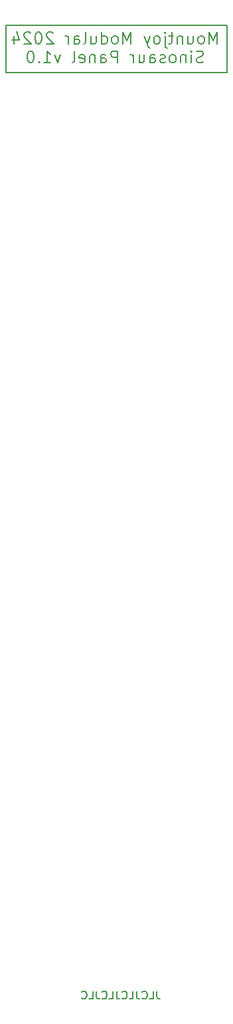
<source format=gbr>
%TF.GenerationSoftware,KiCad,Pcbnew,8.0.3*%
%TF.CreationDate,2024-06-18T16:49:19+01:00*%
%TF.ProjectId,Sinosaur_Panel,53696e6f-7361-4757-925f-50616e656c2e,rev?*%
%TF.SameCoordinates,Original*%
%TF.FileFunction,Legend,Bot*%
%TF.FilePolarity,Positive*%
%FSLAX46Y46*%
G04 Gerber Fmt 4.6, Leading zero omitted, Abs format (unit mm)*
G04 Created by KiCad (PCBNEW 8.0.3) date 2024-06-18 16:49:19*
%MOMM*%
%LPD*%
G01*
G04 APERTURE LIST*
%ADD10C,0.150000*%
%ADD11C,0.200000*%
G04 APERTURE END LIST*
D10*
X115900000Y-41600000D02*
X144100000Y-41600000D01*
X144100000Y-47600000D01*
X115900000Y-47600000D01*
X115900000Y-41600000D01*
X135119048Y-164454819D02*
X135119048Y-165169104D01*
X135119048Y-165169104D02*
X135166667Y-165311961D01*
X135166667Y-165311961D02*
X135261905Y-165407200D01*
X135261905Y-165407200D02*
X135404762Y-165454819D01*
X135404762Y-165454819D02*
X135500000Y-165454819D01*
X134166667Y-165454819D02*
X134642857Y-165454819D01*
X134642857Y-165454819D02*
X134642857Y-164454819D01*
X133261905Y-165359580D02*
X133309524Y-165407200D01*
X133309524Y-165407200D02*
X133452381Y-165454819D01*
X133452381Y-165454819D02*
X133547619Y-165454819D01*
X133547619Y-165454819D02*
X133690476Y-165407200D01*
X133690476Y-165407200D02*
X133785714Y-165311961D01*
X133785714Y-165311961D02*
X133833333Y-165216723D01*
X133833333Y-165216723D02*
X133880952Y-165026247D01*
X133880952Y-165026247D02*
X133880952Y-164883390D01*
X133880952Y-164883390D02*
X133833333Y-164692914D01*
X133833333Y-164692914D02*
X133785714Y-164597676D01*
X133785714Y-164597676D02*
X133690476Y-164502438D01*
X133690476Y-164502438D02*
X133547619Y-164454819D01*
X133547619Y-164454819D02*
X133452381Y-164454819D01*
X133452381Y-164454819D02*
X133309524Y-164502438D01*
X133309524Y-164502438D02*
X133261905Y-164550057D01*
X132547619Y-164454819D02*
X132547619Y-165169104D01*
X132547619Y-165169104D02*
X132595238Y-165311961D01*
X132595238Y-165311961D02*
X132690476Y-165407200D01*
X132690476Y-165407200D02*
X132833333Y-165454819D01*
X132833333Y-165454819D02*
X132928571Y-165454819D01*
X131595238Y-165454819D02*
X132071428Y-165454819D01*
X132071428Y-165454819D02*
X132071428Y-164454819D01*
X130690476Y-165359580D02*
X130738095Y-165407200D01*
X130738095Y-165407200D02*
X130880952Y-165454819D01*
X130880952Y-165454819D02*
X130976190Y-165454819D01*
X130976190Y-165454819D02*
X131119047Y-165407200D01*
X131119047Y-165407200D02*
X131214285Y-165311961D01*
X131214285Y-165311961D02*
X131261904Y-165216723D01*
X131261904Y-165216723D02*
X131309523Y-165026247D01*
X131309523Y-165026247D02*
X131309523Y-164883390D01*
X131309523Y-164883390D02*
X131261904Y-164692914D01*
X131261904Y-164692914D02*
X131214285Y-164597676D01*
X131214285Y-164597676D02*
X131119047Y-164502438D01*
X131119047Y-164502438D02*
X130976190Y-164454819D01*
X130976190Y-164454819D02*
X130880952Y-164454819D01*
X130880952Y-164454819D02*
X130738095Y-164502438D01*
X130738095Y-164502438D02*
X130690476Y-164550057D01*
X129976190Y-164454819D02*
X129976190Y-165169104D01*
X129976190Y-165169104D02*
X130023809Y-165311961D01*
X130023809Y-165311961D02*
X130119047Y-165407200D01*
X130119047Y-165407200D02*
X130261904Y-165454819D01*
X130261904Y-165454819D02*
X130357142Y-165454819D01*
X129023809Y-165454819D02*
X129499999Y-165454819D01*
X129499999Y-165454819D02*
X129499999Y-164454819D01*
X128119047Y-165359580D02*
X128166666Y-165407200D01*
X128166666Y-165407200D02*
X128309523Y-165454819D01*
X128309523Y-165454819D02*
X128404761Y-165454819D01*
X128404761Y-165454819D02*
X128547618Y-165407200D01*
X128547618Y-165407200D02*
X128642856Y-165311961D01*
X128642856Y-165311961D02*
X128690475Y-165216723D01*
X128690475Y-165216723D02*
X128738094Y-165026247D01*
X128738094Y-165026247D02*
X128738094Y-164883390D01*
X128738094Y-164883390D02*
X128690475Y-164692914D01*
X128690475Y-164692914D02*
X128642856Y-164597676D01*
X128642856Y-164597676D02*
X128547618Y-164502438D01*
X128547618Y-164502438D02*
X128404761Y-164454819D01*
X128404761Y-164454819D02*
X128309523Y-164454819D01*
X128309523Y-164454819D02*
X128166666Y-164502438D01*
X128166666Y-164502438D02*
X128119047Y-164550057D01*
X127404761Y-164454819D02*
X127404761Y-165169104D01*
X127404761Y-165169104D02*
X127452380Y-165311961D01*
X127452380Y-165311961D02*
X127547618Y-165407200D01*
X127547618Y-165407200D02*
X127690475Y-165454819D01*
X127690475Y-165454819D02*
X127785713Y-165454819D01*
X126452380Y-165454819D02*
X126928570Y-165454819D01*
X126928570Y-165454819D02*
X126928570Y-164454819D01*
X125547618Y-165359580D02*
X125595237Y-165407200D01*
X125595237Y-165407200D02*
X125738094Y-165454819D01*
X125738094Y-165454819D02*
X125833332Y-165454819D01*
X125833332Y-165454819D02*
X125976189Y-165407200D01*
X125976189Y-165407200D02*
X126071427Y-165311961D01*
X126071427Y-165311961D02*
X126119046Y-165216723D01*
X126119046Y-165216723D02*
X126166665Y-165026247D01*
X126166665Y-165026247D02*
X126166665Y-164883390D01*
X126166665Y-164883390D02*
X126119046Y-164692914D01*
X126119046Y-164692914D02*
X126071427Y-164597676D01*
X126071427Y-164597676D02*
X125976189Y-164502438D01*
X125976189Y-164502438D02*
X125833332Y-164454819D01*
X125833332Y-164454819D02*
X125738094Y-164454819D01*
X125738094Y-164454819D02*
X125595237Y-164502438D01*
X125595237Y-164502438D02*
X125547618Y-164550057D01*
D11*
X142799999Y-43976070D02*
X142799999Y-42476070D01*
X142799999Y-42476070D02*
X142299999Y-43547499D01*
X142299999Y-43547499D02*
X141799999Y-42476070D01*
X141799999Y-42476070D02*
X141799999Y-43976070D01*
X140871427Y-43976070D02*
X141014284Y-43904642D01*
X141014284Y-43904642D02*
X141085713Y-43833213D01*
X141085713Y-43833213D02*
X141157141Y-43690356D01*
X141157141Y-43690356D02*
X141157141Y-43261784D01*
X141157141Y-43261784D02*
X141085713Y-43118927D01*
X141085713Y-43118927D02*
X141014284Y-43047499D01*
X141014284Y-43047499D02*
X140871427Y-42976070D01*
X140871427Y-42976070D02*
X140657141Y-42976070D01*
X140657141Y-42976070D02*
X140514284Y-43047499D01*
X140514284Y-43047499D02*
X140442856Y-43118927D01*
X140442856Y-43118927D02*
X140371427Y-43261784D01*
X140371427Y-43261784D02*
X140371427Y-43690356D01*
X140371427Y-43690356D02*
X140442856Y-43833213D01*
X140442856Y-43833213D02*
X140514284Y-43904642D01*
X140514284Y-43904642D02*
X140657141Y-43976070D01*
X140657141Y-43976070D02*
X140871427Y-43976070D01*
X139085713Y-42976070D02*
X139085713Y-43976070D01*
X139728570Y-42976070D02*
X139728570Y-43761784D01*
X139728570Y-43761784D02*
X139657141Y-43904642D01*
X139657141Y-43904642D02*
X139514284Y-43976070D01*
X139514284Y-43976070D02*
X139299998Y-43976070D01*
X139299998Y-43976070D02*
X139157141Y-43904642D01*
X139157141Y-43904642D02*
X139085713Y-43833213D01*
X138371427Y-42976070D02*
X138371427Y-43976070D01*
X138371427Y-43118927D02*
X138299998Y-43047499D01*
X138299998Y-43047499D02*
X138157141Y-42976070D01*
X138157141Y-42976070D02*
X137942855Y-42976070D01*
X137942855Y-42976070D02*
X137799998Y-43047499D01*
X137799998Y-43047499D02*
X137728570Y-43190356D01*
X137728570Y-43190356D02*
X137728570Y-43976070D01*
X137228569Y-42976070D02*
X136657141Y-42976070D01*
X137014284Y-42476070D02*
X137014284Y-43761784D01*
X137014284Y-43761784D02*
X136942855Y-43904642D01*
X136942855Y-43904642D02*
X136799998Y-43976070D01*
X136799998Y-43976070D02*
X136657141Y-43976070D01*
X136157141Y-42976070D02*
X136157141Y-44261784D01*
X136157141Y-44261784D02*
X136228569Y-44404642D01*
X136228569Y-44404642D02*
X136371426Y-44476070D01*
X136371426Y-44476070D02*
X136442855Y-44476070D01*
X136157141Y-42476070D02*
X136228569Y-42547499D01*
X136228569Y-42547499D02*
X136157141Y-42618927D01*
X136157141Y-42618927D02*
X136085712Y-42547499D01*
X136085712Y-42547499D02*
X136157141Y-42476070D01*
X136157141Y-42476070D02*
X136157141Y-42618927D01*
X135228569Y-43976070D02*
X135371426Y-43904642D01*
X135371426Y-43904642D02*
X135442855Y-43833213D01*
X135442855Y-43833213D02*
X135514283Y-43690356D01*
X135514283Y-43690356D02*
X135514283Y-43261784D01*
X135514283Y-43261784D02*
X135442855Y-43118927D01*
X135442855Y-43118927D02*
X135371426Y-43047499D01*
X135371426Y-43047499D02*
X135228569Y-42976070D01*
X135228569Y-42976070D02*
X135014283Y-42976070D01*
X135014283Y-42976070D02*
X134871426Y-43047499D01*
X134871426Y-43047499D02*
X134799998Y-43118927D01*
X134799998Y-43118927D02*
X134728569Y-43261784D01*
X134728569Y-43261784D02*
X134728569Y-43690356D01*
X134728569Y-43690356D02*
X134799998Y-43833213D01*
X134799998Y-43833213D02*
X134871426Y-43904642D01*
X134871426Y-43904642D02*
X135014283Y-43976070D01*
X135014283Y-43976070D02*
X135228569Y-43976070D01*
X134228569Y-42976070D02*
X133871426Y-43976070D01*
X133514283Y-42976070D02*
X133871426Y-43976070D01*
X133871426Y-43976070D02*
X134014283Y-44333213D01*
X134014283Y-44333213D02*
X134085712Y-44404642D01*
X134085712Y-44404642D02*
X134228569Y-44476070D01*
X131799998Y-43976070D02*
X131799998Y-42476070D01*
X131799998Y-42476070D02*
X131299998Y-43547499D01*
X131299998Y-43547499D02*
X130799998Y-42476070D01*
X130799998Y-42476070D02*
X130799998Y-43976070D01*
X129871426Y-43976070D02*
X130014283Y-43904642D01*
X130014283Y-43904642D02*
X130085712Y-43833213D01*
X130085712Y-43833213D02*
X130157140Y-43690356D01*
X130157140Y-43690356D02*
X130157140Y-43261784D01*
X130157140Y-43261784D02*
X130085712Y-43118927D01*
X130085712Y-43118927D02*
X130014283Y-43047499D01*
X130014283Y-43047499D02*
X129871426Y-42976070D01*
X129871426Y-42976070D02*
X129657140Y-42976070D01*
X129657140Y-42976070D02*
X129514283Y-43047499D01*
X129514283Y-43047499D02*
X129442855Y-43118927D01*
X129442855Y-43118927D02*
X129371426Y-43261784D01*
X129371426Y-43261784D02*
X129371426Y-43690356D01*
X129371426Y-43690356D02*
X129442855Y-43833213D01*
X129442855Y-43833213D02*
X129514283Y-43904642D01*
X129514283Y-43904642D02*
X129657140Y-43976070D01*
X129657140Y-43976070D02*
X129871426Y-43976070D01*
X128085712Y-43976070D02*
X128085712Y-42476070D01*
X128085712Y-43904642D02*
X128228569Y-43976070D01*
X128228569Y-43976070D02*
X128514283Y-43976070D01*
X128514283Y-43976070D02*
X128657140Y-43904642D01*
X128657140Y-43904642D02*
X128728569Y-43833213D01*
X128728569Y-43833213D02*
X128799997Y-43690356D01*
X128799997Y-43690356D02*
X128799997Y-43261784D01*
X128799997Y-43261784D02*
X128728569Y-43118927D01*
X128728569Y-43118927D02*
X128657140Y-43047499D01*
X128657140Y-43047499D02*
X128514283Y-42976070D01*
X128514283Y-42976070D02*
X128228569Y-42976070D01*
X128228569Y-42976070D02*
X128085712Y-43047499D01*
X126728569Y-42976070D02*
X126728569Y-43976070D01*
X127371426Y-42976070D02*
X127371426Y-43761784D01*
X127371426Y-43761784D02*
X127299997Y-43904642D01*
X127299997Y-43904642D02*
X127157140Y-43976070D01*
X127157140Y-43976070D02*
X126942854Y-43976070D01*
X126942854Y-43976070D02*
X126799997Y-43904642D01*
X126799997Y-43904642D02*
X126728569Y-43833213D01*
X125799997Y-43976070D02*
X125942854Y-43904642D01*
X125942854Y-43904642D02*
X126014283Y-43761784D01*
X126014283Y-43761784D02*
X126014283Y-42476070D01*
X124585712Y-43976070D02*
X124585712Y-43190356D01*
X124585712Y-43190356D02*
X124657140Y-43047499D01*
X124657140Y-43047499D02*
X124799997Y-42976070D01*
X124799997Y-42976070D02*
X125085712Y-42976070D01*
X125085712Y-42976070D02*
X125228569Y-43047499D01*
X124585712Y-43904642D02*
X124728569Y-43976070D01*
X124728569Y-43976070D02*
X125085712Y-43976070D01*
X125085712Y-43976070D02*
X125228569Y-43904642D01*
X125228569Y-43904642D02*
X125299997Y-43761784D01*
X125299997Y-43761784D02*
X125299997Y-43618927D01*
X125299997Y-43618927D02*
X125228569Y-43476070D01*
X125228569Y-43476070D02*
X125085712Y-43404642D01*
X125085712Y-43404642D02*
X124728569Y-43404642D01*
X124728569Y-43404642D02*
X124585712Y-43333213D01*
X123871426Y-43976070D02*
X123871426Y-42976070D01*
X123871426Y-43261784D02*
X123799997Y-43118927D01*
X123799997Y-43118927D02*
X123728569Y-43047499D01*
X123728569Y-43047499D02*
X123585711Y-42976070D01*
X123585711Y-42976070D02*
X123442854Y-42976070D01*
X121871426Y-42618927D02*
X121799998Y-42547499D01*
X121799998Y-42547499D02*
X121657141Y-42476070D01*
X121657141Y-42476070D02*
X121299998Y-42476070D01*
X121299998Y-42476070D02*
X121157141Y-42547499D01*
X121157141Y-42547499D02*
X121085712Y-42618927D01*
X121085712Y-42618927D02*
X121014283Y-42761784D01*
X121014283Y-42761784D02*
X121014283Y-42904642D01*
X121014283Y-42904642D02*
X121085712Y-43118927D01*
X121085712Y-43118927D02*
X121942855Y-43976070D01*
X121942855Y-43976070D02*
X121014283Y-43976070D01*
X120085712Y-42476070D02*
X119942855Y-42476070D01*
X119942855Y-42476070D02*
X119799998Y-42547499D01*
X119799998Y-42547499D02*
X119728570Y-42618927D01*
X119728570Y-42618927D02*
X119657141Y-42761784D01*
X119657141Y-42761784D02*
X119585712Y-43047499D01*
X119585712Y-43047499D02*
X119585712Y-43404642D01*
X119585712Y-43404642D02*
X119657141Y-43690356D01*
X119657141Y-43690356D02*
X119728570Y-43833213D01*
X119728570Y-43833213D02*
X119799998Y-43904642D01*
X119799998Y-43904642D02*
X119942855Y-43976070D01*
X119942855Y-43976070D02*
X120085712Y-43976070D01*
X120085712Y-43976070D02*
X120228570Y-43904642D01*
X120228570Y-43904642D02*
X120299998Y-43833213D01*
X120299998Y-43833213D02*
X120371427Y-43690356D01*
X120371427Y-43690356D02*
X120442855Y-43404642D01*
X120442855Y-43404642D02*
X120442855Y-43047499D01*
X120442855Y-43047499D02*
X120371427Y-42761784D01*
X120371427Y-42761784D02*
X120299998Y-42618927D01*
X120299998Y-42618927D02*
X120228570Y-42547499D01*
X120228570Y-42547499D02*
X120085712Y-42476070D01*
X119014284Y-42618927D02*
X118942856Y-42547499D01*
X118942856Y-42547499D02*
X118799999Y-42476070D01*
X118799999Y-42476070D02*
X118442856Y-42476070D01*
X118442856Y-42476070D02*
X118299999Y-42547499D01*
X118299999Y-42547499D02*
X118228570Y-42618927D01*
X118228570Y-42618927D02*
X118157141Y-42761784D01*
X118157141Y-42761784D02*
X118157141Y-42904642D01*
X118157141Y-42904642D02*
X118228570Y-43118927D01*
X118228570Y-43118927D02*
X119085713Y-43976070D01*
X119085713Y-43976070D02*
X118157141Y-43976070D01*
X116871428Y-42976070D02*
X116871428Y-43976070D01*
X117228570Y-42404642D02*
X117585713Y-43476070D01*
X117585713Y-43476070D02*
X116657142Y-43476070D01*
X141014284Y-46319558D02*
X140799999Y-46390986D01*
X140799999Y-46390986D02*
X140442856Y-46390986D01*
X140442856Y-46390986D02*
X140299999Y-46319558D01*
X140299999Y-46319558D02*
X140228570Y-46248129D01*
X140228570Y-46248129D02*
X140157141Y-46105272D01*
X140157141Y-46105272D02*
X140157141Y-45962415D01*
X140157141Y-45962415D02*
X140228570Y-45819558D01*
X140228570Y-45819558D02*
X140299999Y-45748129D01*
X140299999Y-45748129D02*
X140442856Y-45676700D01*
X140442856Y-45676700D02*
X140728570Y-45605272D01*
X140728570Y-45605272D02*
X140871427Y-45533843D01*
X140871427Y-45533843D02*
X140942856Y-45462415D01*
X140942856Y-45462415D02*
X141014284Y-45319558D01*
X141014284Y-45319558D02*
X141014284Y-45176700D01*
X141014284Y-45176700D02*
X140942856Y-45033843D01*
X140942856Y-45033843D02*
X140871427Y-44962415D01*
X140871427Y-44962415D02*
X140728570Y-44890986D01*
X140728570Y-44890986D02*
X140371427Y-44890986D01*
X140371427Y-44890986D02*
X140157141Y-44962415D01*
X139514285Y-46390986D02*
X139514285Y-45390986D01*
X139514285Y-44890986D02*
X139585713Y-44962415D01*
X139585713Y-44962415D02*
X139514285Y-45033843D01*
X139514285Y-45033843D02*
X139442856Y-44962415D01*
X139442856Y-44962415D02*
X139514285Y-44890986D01*
X139514285Y-44890986D02*
X139514285Y-45033843D01*
X138799999Y-45390986D02*
X138799999Y-46390986D01*
X138799999Y-45533843D02*
X138728570Y-45462415D01*
X138728570Y-45462415D02*
X138585713Y-45390986D01*
X138585713Y-45390986D02*
X138371427Y-45390986D01*
X138371427Y-45390986D02*
X138228570Y-45462415D01*
X138228570Y-45462415D02*
X138157142Y-45605272D01*
X138157142Y-45605272D02*
X138157142Y-46390986D01*
X137228570Y-46390986D02*
X137371427Y-46319558D01*
X137371427Y-46319558D02*
X137442856Y-46248129D01*
X137442856Y-46248129D02*
X137514284Y-46105272D01*
X137514284Y-46105272D02*
X137514284Y-45676700D01*
X137514284Y-45676700D02*
X137442856Y-45533843D01*
X137442856Y-45533843D02*
X137371427Y-45462415D01*
X137371427Y-45462415D02*
X137228570Y-45390986D01*
X137228570Y-45390986D02*
X137014284Y-45390986D01*
X137014284Y-45390986D02*
X136871427Y-45462415D01*
X136871427Y-45462415D02*
X136799999Y-45533843D01*
X136799999Y-45533843D02*
X136728570Y-45676700D01*
X136728570Y-45676700D02*
X136728570Y-46105272D01*
X136728570Y-46105272D02*
X136799999Y-46248129D01*
X136799999Y-46248129D02*
X136871427Y-46319558D01*
X136871427Y-46319558D02*
X137014284Y-46390986D01*
X137014284Y-46390986D02*
X137228570Y-46390986D01*
X136157141Y-46319558D02*
X136014284Y-46390986D01*
X136014284Y-46390986D02*
X135728570Y-46390986D01*
X135728570Y-46390986D02*
X135585713Y-46319558D01*
X135585713Y-46319558D02*
X135514284Y-46176700D01*
X135514284Y-46176700D02*
X135514284Y-46105272D01*
X135514284Y-46105272D02*
X135585713Y-45962415D01*
X135585713Y-45962415D02*
X135728570Y-45890986D01*
X135728570Y-45890986D02*
X135942856Y-45890986D01*
X135942856Y-45890986D02*
X136085713Y-45819558D01*
X136085713Y-45819558D02*
X136157141Y-45676700D01*
X136157141Y-45676700D02*
X136157141Y-45605272D01*
X136157141Y-45605272D02*
X136085713Y-45462415D01*
X136085713Y-45462415D02*
X135942856Y-45390986D01*
X135942856Y-45390986D02*
X135728570Y-45390986D01*
X135728570Y-45390986D02*
X135585713Y-45462415D01*
X134228570Y-46390986D02*
X134228570Y-45605272D01*
X134228570Y-45605272D02*
X134299998Y-45462415D01*
X134299998Y-45462415D02*
X134442855Y-45390986D01*
X134442855Y-45390986D02*
X134728570Y-45390986D01*
X134728570Y-45390986D02*
X134871427Y-45462415D01*
X134228570Y-46319558D02*
X134371427Y-46390986D01*
X134371427Y-46390986D02*
X134728570Y-46390986D01*
X134728570Y-46390986D02*
X134871427Y-46319558D01*
X134871427Y-46319558D02*
X134942855Y-46176700D01*
X134942855Y-46176700D02*
X134942855Y-46033843D01*
X134942855Y-46033843D02*
X134871427Y-45890986D01*
X134871427Y-45890986D02*
X134728570Y-45819558D01*
X134728570Y-45819558D02*
X134371427Y-45819558D01*
X134371427Y-45819558D02*
X134228570Y-45748129D01*
X132871427Y-45390986D02*
X132871427Y-46390986D01*
X133514284Y-45390986D02*
X133514284Y-46176700D01*
X133514284Y-46176700D02*
X133442855Y-46319558D01*
X133442855Y-46319558D02*
X133299998Y-46390986D01*
X133299998Y-46390986D02*
X133085712Y-46390986D01*
X133085712Y-46390986D02*
X132942855Y-46319558D01*
X132942855Y-46319558D02*
X132871427Y-46248129D01*
X132157141Y-46390986D02*
X132157141Y-45390986D01*
X132157141Y-45676700D02*
X132085712Y-45533843D01*
X132085712Y-45533843D02*
X132014284Y-45462415D01*
X132014284Y-45462415D02*
X131871426Y-45390986D01*
X131871426Y-45390986D02*
X131728569Y-45390986D01*
X130085713Y-46390986D02*
X130085713Y-44890986D01*
X130085713Y-44890986D02*
X129514284Y-44890986D01*
X129514284Y-44890986D02*
X129371427Y-44962415D01*
X129371427Y-44962415D02*
X129299998Y-45033843D01*
X129299998Y-45033843D02*
X129228570Y-45176700D01*
X129228570Y-45176700D02*
X129228570Y-45390986D01*
X129228570Y-45390986D02*
X129299998Y-45533843D01*
X129299998Y-45533843D02*
X129371427Y-45605272D01*
X129371427Y-45605272D02*
X129514284Y-45676700D01*
X129514284Y-45676700D02*
X130085713Y-45676700D01*
X127942856Y-46390986D02*
X127942856Y-45605272D01*
X127942856Y-45605272D02*
X128014284Y-45462415D01*
X128014284Y-45462415D02*
X128157141Y-45390986D01*
X128157141Y-45390986D02*
X128442856Y-45390986D01*
X128442856Y-45390986D02*
X128585713Y-45462415D01*
X127942856Y-46319558D02*
X128085713Y-46390986D01*
X128085713Y-46390986D02*
X128442856Y-46390986D01*
X128442856Y-46390986D02*
X128585713Y-46319558D01*
X128585713Y-46319558D02*
X128657141Y-46176700D01*
X128657141Y-46176700D02*
X128657141Y-46033843D01*
X128657141Y-46033843D02*
X128585713Y-45890986D01*
X128585713Y-45890986D02*
X128442856Y-45819558D01*
X128442856Y-45819558D02*
X128085713Y-45819558D01*
X128085713Y-45819558D02*
X127942856Y-45748129D01*
X127228570Y-45390986D02*
X127228570Y-46390986D01*
X127228570Y-45533843D02*
X127157141Y-45462415D01*
X127157141Y-45462415D02*
X127014284Y-45390986D01*
X127014284Y-45390986D02*
X126799998Y-45390986D01*
X126799998Y-45390986D02*
X126657141Y-45462415D01*
X126657141Y-45462415D02*
X126585713Y-45605272D01*
X126585713Y-45605272D02*
X126585713Y-46390986D01*
X125299998Y-46319558D02*
X125442855Y-46390986D01*
X125442855Y-46390986D02*
X125728570Y-46390986D01*
X125728570Y-46390986D02*
X125871427Y-46319558D01*
X125871427Y-46319558D02*
X125942855Y-46176700D01*
X125942855Y-46176700D02*
X125942855Y-45605272D01*
X125942855Y-45605272D02*
X125871427Y-45462415D01*
X125871427Y-45462415D02*
X125728570Y-45390986D01*
X125728570Y-45390986D02*
X125442855Y-45390986D01*
X125442855Y-45390986D02*
X125299998Y-45462415D01*
X125299998Y-45462415D02*
X125228570Y-45605272D01*
X125228570Y-45605272D02*
X125228570Y-45748129D01*
X125228570Y-45748129D02*
X125942855Y-45890986D01*
X124371427Y-46390986D02*
X124514284Y-46319558D01*
X124514284Y-46319558D02*
X124585713Y-46176700D01*
X124585713Y-46176700D02*
X124585713Y-44890986D01*
X122799999Y-45390986D02*
X122442856Y-46390986D01*
X122442856Y-46390986D02*
X122085713Y-45390986D01*
X120728570Y-46390986D02*
X121585713Y-46390986D01*
X121157142Y-46390986D02*
X121157142Y-44890986D01*
X121157142Y-44890986D02*
X121299999Y-45105272D01*
X121299999Y-45105272D02*
X121442856Y-45248129D01*
X121442856Y-45248129D02*
X121585713Y-45319558D01*
X120085714Y-46248129D02*
X120014285Y-46319558D01*
X120014285Y-46319558D02*
X120085714Y-46390986D01*
X120085714Y-46390986D02*
X120157142Y-46319558D01*
X120157142Y-46319558D02*
X120085714Y-46248129D01*
X120085714Y-46248129D02*
X120085714Y-46390986D01*
X119085713Y-44890986D02*
X118942856Y-44890986D01*
X118942856Y-44890986D02*
X118799999Y-44962415D01*
X118799999Y-44962415D02*
X118728571Y-45033843D01*
X118728571Y-45033843D02*
X118657142Y-45176700D01*
X118657142Y-45176700D02*
X118585713Y-45462415D01*
X118585713Y-45462415D02*
X118585713Y-45819558D01*
X118585713Y-45819558D02*
X118657142Y-46105272D01*
X118657142Y-46105272D02*
X118728571Y-46248129D01*
X118728571Y-46248129D02*
X118799999Y-46319558D01*
X118799999Y-46319558D02*
X118942856Y-46390986D01*
X118942856Y-46390986D02*
X119085713Y-46390986D01*
X119085713Y-46390986D02*
X119228571Y-46319558D01*
X119228571Y-46319558D02*
X119299999Y-46248129D01*
X119299999Y-46248129D02*
X119371428Y-46105272D01*
X119371428Y-46105272D02*
X119442856Y-45819558D01*
X119442856Y-45819558D02*
X119442856Y-45462415D01*
X119442856Y-45462415D02*
X119371428Y-45176700D01*
X119371428Y-45176700D02*
X119299999Y-45033843D01*
X119299999Y-45033843D02*
X119228571Y-44962415D01*
X119228571Y-44962415D02*
X119085713Y-44890986D01*
M02*

</source>
